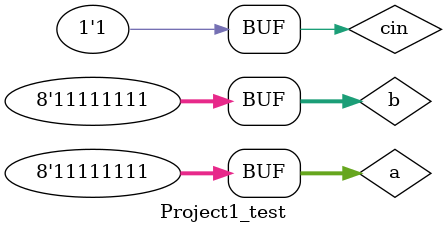
<source format=v>
`include "adder_4bits.v";
`include "inverter.v";
module hybrid_adder_8bits
(
  input [7:0] a , b,
  input m,
  output [7:0] s,
  output c7,cout,
  output overflow
);
wire c4,c3;
wire [7:0] i;
inverter invert(m, b [7:0],i);
adder_4bits adder1(a[3:0], i [3:0], m, s[3:0], c3, c4);
adder_4bits adder2(a[7:4], i [7:4], c4, s[7:4], c7, cout);
assign overflow = c7^cout;
endmodule

module Project1_test;
reg [7:0] a, b;
reg cin;
wire [7:0] s;
wire c7,cout,overflow;
hybrid_adder_8bits tester(a, b, cin, s,c7,cout,overflow);

initial
begin
	$display("Time  a   b   cin c7 cout of sum");
  $monitor("%4d: %2h, %2h, %3b = %2b, %4b,   %1b  %8b", $time, a, b, cin, c7, cout,overflow, s);
  a = 8'h00; b = 8'h7f; cin = 1'b0;
  //test 1
  #10
  a = 8'h00; b = 8'b00000001; cin = 1'b1;
  //test 2
  #10
  a = 8'h00; b = 8'hFF; cin = 1'b1;
  //test 3
  #10
  a = 8'h55; b = 8'hAA; cin = 1'b0;
  //test 4
  #10
  a = 8'h55; b = 8'hAA; cin = 1'b1;
  //test 5
  #10
  a = 8'hFF; b = 8'hFF; cin = 1'b1;
end
endmodule



</source>
